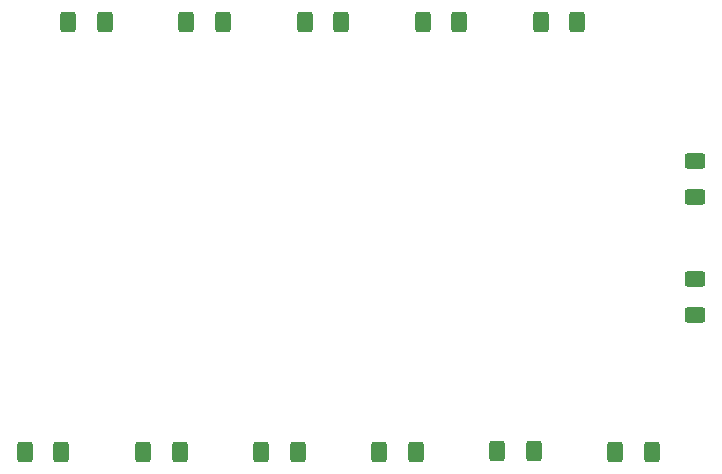
<source format=gbr>
%TF.GenerationSoftware,KiCad,Pcbnew,7.0.6*%
%TF.CreationDate,2023-12-03T11:12:56+09:00*%
%TF.ProjectId,skku-bus,736b6b75-2d62-4757-932e-6b696361645f,rev?*%
%TF.SameCoordinates,Original*%
%TF.FileFunction,Paste,Bot*%
%TF.FilePolarity,Positive*%
%FSLAX46Y46*%
G04 Gerber Fmt 4.6, Leading zero omitted, Abs format (unit mm)*
G04 Created by KiCad (PCBNEW 7.0.6) date 2023-12-03 11:12:56*
%MOMM*%
%LPD*%
G01*
G04 APERTURE LIST*
G04 Aperture macros list*
%AMRoundRect*
0 Rectangle with rounded corners*
0 $1 Rounding radius*
0 $2 $3 $4 $5 $6 $7 $8 $9 X,Y pos of 4 corners*
0 Add a 4 corners polygon primitive as box body*
4,1,4,$2,$3,$4,$5,$6,$7,$8,$9,$2,$3,0*
0 Add four circle primitives for the rounded corners*
1,1,$1+$1,$2,$3*
1,1,$1+$1,$4,$5*
1,1,$1+$1,$6,$7*
1,1,$1+$1,$8,$9*
0 Add four rect primitives between the rounded corners*
20,1,$1+$1,$2,$3,$4,$5,0*
20,1,$1+$1,$4,$5,$6,$7,0*
20,1,$1+$1,$6,$7,$8,$9,0*
20,1,$1+$1,$8,$9,$2,$3,0*%
G04 Aperture macros list end*
%ADD10RoundRect,0.250000X-0.400000X-0.625000X0.400000X-0.625000X0.400000X0.625000X-0.400000X0.625000X0*%
%ADD11RoundRect,0.250000X0.400000X0.625000X-0.400000X0.625000X-0.400000X-0.625000X0.400000X-0.625000X0*%
%ADD12RoundRect,0.250000X-0.625000X0.400000X-0.625000X-0.400000X0.625000X-0.400000X0.625000X0.400000X0*%
G04 APERTURE END LIST*
D10*
%TO.C,R25*%
X120226956Y-65676956D03*
X117126956Y-65676956D03*
%TD*%
%TO.C,R23*%
X107126956Y-65676956D03*
X110226956Y-65676956D03*
%TD*%
D11*
%TO.C,R21*%
X126550000Y-102000000D03*
X123450000Y-102000000D03*
%TD*%
%TO.C,R19*%
X136550000Y-102150000D03*
X133450000Y-102150000D03*
%TD*%
D10*
%TO.C,R17*%
X130226956Y-65676956D03*
X127126956Y-65676956D03*
%TD*%
D12*
%TO.C,R15*%
X140150000Y-87450000D03*
X140150000Y-90550000D03*
%TD*%
%TO.C,R13*%
X140150000Y-77450000D03*
X140150000Y-80550000D03*
%TD*%
D10*
%TO.C,R11*%
X97126956Y-65676956D03*
X100226956Y-65676956D03*
%TD*%
D11*
%TO.C,R9*%
X103450000Y-102150000D03*
X106550000Y-102150000D03*
%TD*%
%TO.C,R7*%
X116550000Y-102150000D03*
X113450000Y-102150000D03*
%TD*%
%TO.C,R5*%
X96550000Y-102150000D03*
X93450000Y-102150000D03*
%TD*%
%TO.C,R3*%
X83450000Y-102150000D03*
X86550000Y-102150000D03*
%TD*%
D10*
%TO.C,R1*%
X87126956Y-65676956D03*
X90226956Y-65676956D03*
%TD*%
M02*

</source>
